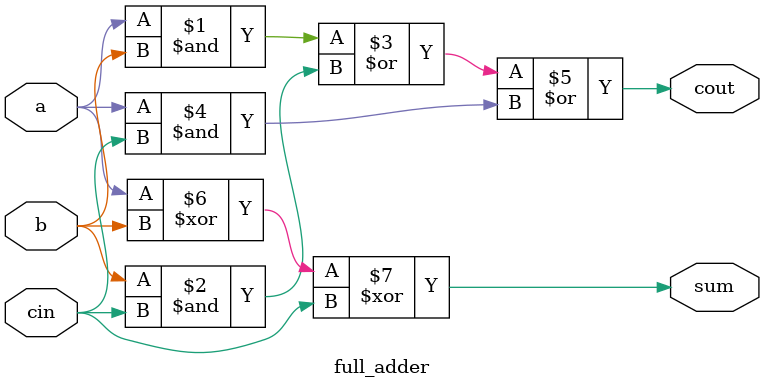
<source format=v>

module adder_100( 
    input [99:0] a, b,
    input cin,
    output [99:0] cout,
    output [99:0] sum );

    genvar i ;
    
    full_adder FA1 (a[0],b[0],cin,sum[0],cout[0]);
    
    
    generate 
        for (i=1;i<100;i++)
            begin: full_add
                full_adder FA(a[i],b[i],cout[i-1],sum[i],cout[i]);
            end
    endgenerate
endmodule
            
module full_adder (a,b,cin,sum,cout);
	input a,b,cin;
    output sum,cout ;
    
    assign cout = a&b | b&cin | a&cin ;
    assign sum = a^b^cin ;
endmodule

</source>
